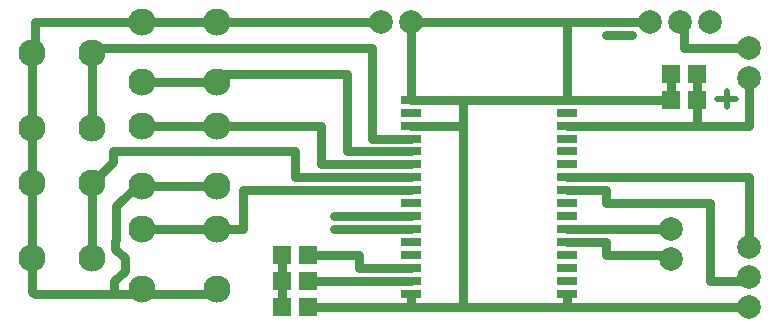
<source format=gbr>
%FSLAX34Y34*%
%MOMM*%
%LNSILK_TOP*%
G71*
G01*
%ADD10R, 1.70X0.80*%
%ADD11C, 0.80*%
%ADD12R, 1.50X1.50*%
%ADD13C, 2.00*%
%ADD14C, 0.48*%
%ADD15C, 2.30*%
%LPD*%
X341000Y176000D02*
G54D10*
D03*
X341000Y165000D02*
G54D10*
D03*
X341000Y154000D02*
G54D10*
D03*
X341000Y143000D02*
G54D10*
D03*
X341000Y132000D02*
G54D10*
D03*
X341000Y121000D02*
G54D10*
D03*
X341000Y110000D02*
G54D10*
D03*
X341000Y99000D02*
G54D10*
D03*
X341000Y88000D02*
G54D10*
D03*
X341000Y77000D02*
G54D10*
D03*
X341000Y66000D02*
G54D10*
D03*
X341000Y55000D02*
G54D10*
D03*
X341000Y44000D02*
G54D10*
D03*
X341000Y33000D02*
G54D10*
D03*
X341000Y22000D02*
G54D10*
D03*
X341000Y187000D02*
G54D10*
D03*
X473000Y176000D02*
G54D10*
D03*
X473000Y165000D02*
G54D10*
D03*
X473000Y154000D02*
G54D10*
D03*
X473000Y143000D02*
G54D10*
D03*
X473000Y132000D02*
G54D10*
D03*
X473000Y121000D02*
G54D10*
D03*
X473000Y110000D02*
G54D10*
D03*
X473000Y99000D02*
G54D10*
D03*
X473000Y88000D02*
G54D10*
D03*
X473000Y77000D02*
G54D10*
D03*
X473000Y66000D02*
G54D10*
D03*
X473000Y55000D02*
G54D10*
D03*
X473000Y44000D02*
G54D10*
D03*
X473000Y33000D02*
G54D10*
D03*
X473000Y22000D02*
G54D10*
D03*
X473000Y187000D02*
G54D10*
D03*
G54D11*
X473000Y165000D02*
X583000Y165000D01*
X583000Y209000D01*
G54D11*
X473000Y187000D02*
X561000Y187000D01*
G54D11*
X341000Y187000D02*
X341000Y253000D01*
X473000Y253000D01*
X473000Y187000D01*
G54D11*
X506000Y242000D02*
X528000Y242000D01*
G54D11*
X473000Y22000D02*
X473000Y11000D01*
X341000Y11000D01*
X341000Y22000D01*
G54D11*
X385000Y11000D02*
X385000Y187000D01*
X341000Y187000D01*
G54D11*
X341000Y165000D02*
X385000Y165000D01*
G54D11*
X385000Y187000D02*
X473000Y187000D01*
G54D11*
X473000Y77000D02*
X539000Y77000D01*
G54D11*
X341000Y11000D02*
X253000Y11000D01*
X253000Y11000D02*
G54D12*
D03*
X231000Y11000D02*
G54D12*
D03*
X231000Y33000D02*
G54D12*
D03*
X231000Y55000D02*
G54D12*
D03*
X253000Y55000D02*
G54D12*
D03*
X253000Y33000D02*
G54D12*
D03*
G54D11*
X341000Y33000D02*
X253000Y33000D01*
G54D11*
X341000Y44000D02*
X297000Y44000D01*
X297000Y55000D01*
X253000Y55000D01*
G54D11*
X231000Y55000D02*
X231000Y11000D01*
X561000Y209000D02*
G54D12*
D03*
X561000Y187000D02*
G54D12*
D03*
X583000Y187000D02*
G54D12*
D03*
X583000Y209000D02*
G54D12*
D03*
G54D11*
X473000Y121000D02*
X539000Y121000D01*
G54D11*
X473000Y110000D02*
X506000Y110000D01*
X506000Y99000D01*
X539000Y99000D01*
G54D11*
X561000Y187000D02*
X561000Y209000D01*
G54D11*
X473000Y253000D02*
X543200Y253000D01*
X315600Y253000D02*
G54D13*
D03*
X341000Y253000D02*
G54D13*
D03*
X627000Y231000D02*
G54D13*
D03*
X627000Y205600D02*
G54D13*
D03*
G54D11*
X583000Y165000D02*
X627000Y165000D01*
X627000Y205600D01*
X561000Y77000D02*
G54D13*
D03*
X561000Y51600D02*
G54D13*
D03*
X627000Y11000D02*
G54D13*
D03*
X627000Y36400D02*
G54D13*
D03*
X627000Y11000D02*
G54D13*
D03*
X627000Y36400D02*
G54D13*
D03*
X627000Y61800D02*
G54D13*
D03*
G54D11*
X473000Y66000D02*
X506000Y66000D01*
X506000Y55000D01*
X557600Y55000D01*
X561000Y51600D01*
G54D11*
X539000Y77000D02*
X561000Y77000D01*
G54D11*
X473000Y11000D02*
X627000Y11000D01*
G54D11*
X539000Y99000D02*
X594000Y99000D01*
X594000Y33000D01*
X623600Y33000D01*
X627000Y36400D01*
G54D11*
X539000Y121000D02*
X627000Y121000D01*
X627000Y61800D01*
G54D14*
X616000Y187667D02*
X600000Y187667D01*
G54D14*
X608000Y194333D02*
X608000Y181000D01*
X176000Y77000D02*
G54D15*
D03*
X176000Y26200D02*
G54D15*
D03*
X112500Y26200D02*
G54D15*
D03*
X112500Y77000D02*
G54D15*
D03*
G54D11*
X341000Y154000D02*
X330000Y154000D01*
G54D11*
X341000Y143000D02*
X330000Y143000D01*
G54D11*
X341000Y132000D02*
X330000Y132000D01*
G54D11*
X341000Y121000D02*
X330000Y121000D01*
G54D11*
X341000Y110000D02*
X330000Y110000D01*
X176000Y253000D02*
G54D15*
D03*
X176000Y202200D02*
G54D15*
D03*
X112500Y202200D02*
G54D15*
D03*
X112500Y253000D02*
G54D15*
D03*
X176000Y165000D02*
G54D15*
D03*
X176000Y114200D02*
G54D15*
D03*
X112500Y114200D02*
G54D15*
D03*
X112500Y165000D02*
G54D15*
D03*
X70650Y162850D02*
G54D15*
D03*
X19850Y162850D02*
G54D15*
D03*
X19850Y226350D02*
G54D15*
D03*
X70650Y226350D02*
G54D15*
D03*
X70650Y52850D02*
G54D15*
D03*
X19850Y52850D02*
G54D15*
D03*
X19850Y116350D02*
G54D15*
D03*
X70650Y116350D02*
G54D15*
D03*
X543200Y253000D02*
G54D13*
D03*
X568600Y253000D02*
G54D13*
D03*
X543200Y253000D02*
G54D13*
D03*
X568600Y253000D02*
G54D13*
D03*
X594000Y253000D02*
G54D13*
D03*
G54D11*
X627000Y231000D02*
X572000Y231000D01*
X572000Y249600D01*
X568600Y253000D01*
G54D11*
X315600Y253000D02*
X165000Y253000D01*
X101500Y253000D01*
X22000Y253000D01*
X22000Y228500D01*
X19850Y226350D01*
X19850Y52850D01*
X19850Y24150D01*
X22000Y22000D01*
X165000Y22000D01*
G54D11*
X209000Y231000D02*
X75300Y231000D01*
X70650Y226350D01*
G54D11*
X220000Y209000D02*
X182800Y209000D01*
X176000Y202200D01*
G54D11*
X70650Y162850D02*
X70650Y226350D01*
G54D11*
X70650Y52850D02*
X70650Y116350D01*
G54D11*
X198000Y143000D02*
X88000Y143000D01*
X88000Y133700D01*
X70650Y116350D01*
G54D11*
X209000Y165000D02*
X176000Y165000D01*
G54D11*
X176000Y165000D02*
X112500Y165000D01*
G54D11*
X176000Y202200D02*
X112500Y202200D01*
G54D11*
X176000Y114200D02*
X112500Y114200D01*
G54D11*
X112500Y114200D02*
X108350Y114200D01*
X91050Y96900D01*
X91050Y68325D01*
X90256Y67531D01*
X90256Y60784D01*
X98194Y52847D01*
X98194Y41734D01*
X89462Y33003D01*
X89462Y23478D01*
X88272Y22288D01*
G54D11*
X154000Y22000D02*
X171800Y22000D01*
X176000Y26200D01*
G54D11*
X112500Y77000D02*
X176000Y77000D01*
G54D11*
X341000Y88000D02*
X330000Y88000D01*
G54D11*
X341000Y77000D02*
X330000Y77000D01*
G54D11*
X209000Y231000D02*
X308000Y231000D01*
X308000Y154000D01*
X330000Y154000D01*
G54D11*
X330000Y143000D02*
X286000Y143000D01*
X286000Y209000D01*
X220000Y209000D01*
G54D11*
X330000Y132000D02*
X264000Y132000D01*
X264000Y165000D01*
X209000Y165000D01*
G54D11*
X330000Y121000D02*
X242000Y121000D01*
X242000Y143000D01*
X187000Y143000D01*
G54D11*
X330000Y110000D02*
X198000Y110000D01*
X198000Y77000D01*
X176000Y77000D01*
G54D11*
X330000Y88000D02*
X275000Y88000D01*
G54D11*
X330000Y77000D02*
X275000Y77000D01*
M02*

</source>
